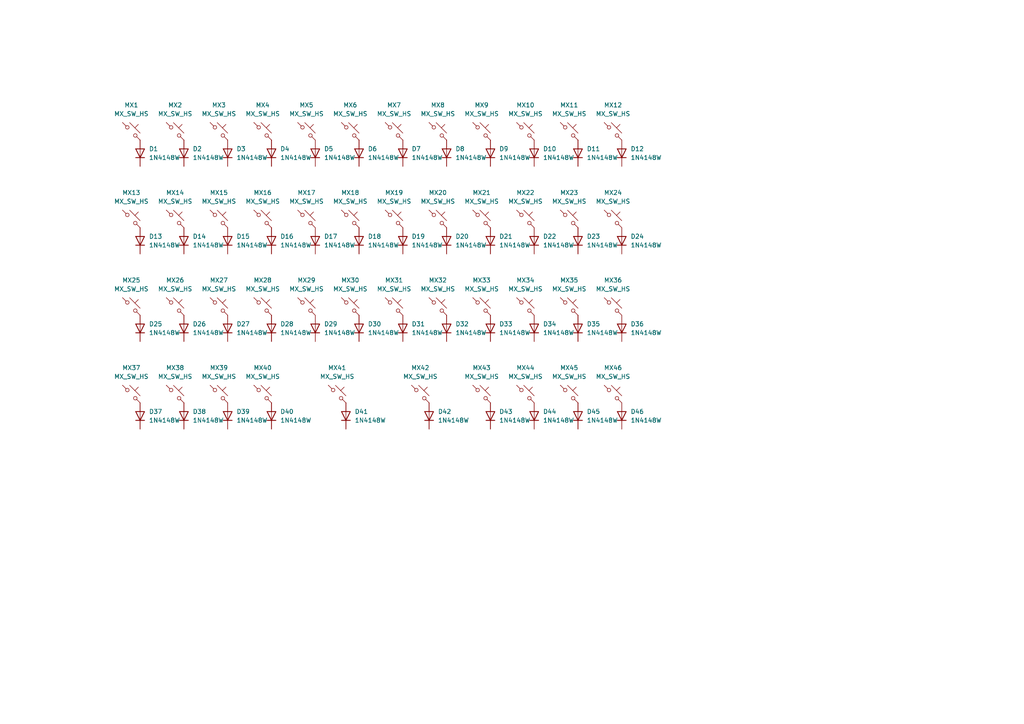
<source format=kicad_sch>
(kicad_sch (version 20250114) (generator "eeschema") (generator_version "9.0")
  (paper "A4")
  (lib_symbols
    (symbol "Diode:1N4148W" (pin_numbers (hide yes)) (pin_names (hide yes))
      (property "Reference" "D" (at 0 2.54 0))
      (property "Value" "1N4148W" (at 0 -2.54 0))
      (symbol "1N4148W_0_1"
        (polyline (pts (xy -1.27 1.27) (xy -1.27 -1.27)) (stroke (width 0.254)))
        (polyline (pts (xy 1.27 1.27) (xy 1.27 -1.27) (xy -1.27 0) (xy 1.27 1.27)) (stroke (width 0.254)))
        (polyline (pts (xy 1.27 0) (xy -1.27 0)))
      )
      (symbol "1N4148W_1_1"
        (pin passive line (at -3.81 0 0) (length 2.54) (name "K") (number "1"))
        (pin passive line (at 3.81 0 180) (length 2.54) (name "A") (number "2"))
      )
    )
    (symbol "PCM_marbastlib-mx:MX_SW_HS_CPG151101S11" (pin_numbers (hide yes)) (pin_names (offset 1.016) (hide yes))
      (property "Reference" "MX" (at 3.048 1.016 0))
      (property "Value" "MX_SW_HS" (at 0 -3.81 0))
      (symbol "MX_SW_HS_CPG151101S11_0_1"
        (polyline (pts (xy -2.54 2.54) (xy -1.524 1.524) (xy -1.524 1.524)))
        (circle (center -1.1684 1.1684) (radius 0.508))
        (polyline (pts (xy -0.508 2.54) (xy 2.54 -0.508)))
        (polyline (pts (xy 1.016 1.016) (xy 2.032 2.032)))
        (circle (center 1.143 -1.1938) (radius 0.508))
        (polyline (pts (xy 1.524 -1.524) (xy 2.54 -2.54) (xy 2.54 -2.54) (xy 2.54 -2.54)))
        (pin passive line (at -2.54 2.54 0) (length 0) (name "1") (number "1"))
        (pin passive line (at 2.54 -2.54 180) (length 0) (name "2") (number "2"))
      )
    )
  )
  (symbol (lib_id "PCM_marbastlib-mx:MX_SW_HS_CPG151101S11") (at 76.2 114.3 0) (unit 1)
    (property "Reference" "MX40" (at 76.2 106.68 0))
    (property "Value" "MX_SW_HS" (at 76.2 109.22 0))
    (property "Footprint" "PCM_marbastlib-mx:SW_MX_HS_CPG151101S11_1u" (effects (hide yes)))
    (property "Description" "Push button switch, normally open, two pins, 45° tilted, Kailh CPG151101S11 for Cherry MX style switches" (effects (hide yes)))
  )
  (symbol (lib_id "Diode:1N4148W") (at 124.46 120.65 90) (unit 1)
    (property "Reference" "D42" (at 127 119.3799 90) (effects (justify right)))
    (property "Value" "1N4148W" (at 127 121.9199 90) (effects (justify right)))
    (property "Footprint" "Diode_SMD:D_SOD-123" (effects (hide yes)))
    (property "Datasheet" "https://www.vishay.com/docs/85748/1n4148w.pdf" (effects (hide yes)))
    (property "Description" "75V 0.15A Fast Switching Diode, SOD-123" (effects (hide yes)))
    (property "Sim.Device" "D" (effects (hide yes)))
    (property "Sim.Pins" "1=K 2=A" (effects (hide yes)))
  )
  (symbol (lib_id "PCM_marbastlib-mx:MX_SW_HS_CPG151101S11") (at 152.4 114.3 0) (unit 1)
    (property "Reference" "MX44" (at 152.4 106.68 0))
    (property "Value" "MX_SW_HS" (at 152.4 109.22 0))
    (property "Footprint" "PCM_marbastlib-mx:SW_MX_HS_CPG151101S11_1u" (effects (hide yes)))
    (property "Description" "Push button switch, normally open, two pins, 45° tilted, Kailh CPG151101S11 for Cherry MX style switches" (effects (hide yes)))
  )
  (symbol (lib_id "Diode:1N4148W") (at 154.94 44.45 90) (unit 1)
    (property "Reference" "D10" (at 157.48 43.1799 90) (effects (justify right)))
    (property "Value" "1N4148W" (at 157.48 45.7199 90) (effects (justify right)))
    (property "Footprint" "Diode_SMD:D_SOD-123" (effects (hide yes)))
    (property "Datasheet" "https://www.vishay.com/docs/85748/1n4148w.pdf" (effects (hide yes)))
    (property "Description" "75V 0.15A Fast Switching Diode, SOD-123" (effects (hide yes)))
    (property "Sim.Device" "D" (effects (hide yes)))
    (property "Sim.Pins" "1=K 2=A" (effects (hide yes)))
  )
  (symbol (lib_id "Diode:1N4148W") (at 142.24 95.25 90) (unit 1)
    (property "Reference" "D33" (at 144.78 93.9799 90) (effects (justify right)))
    (property "Value" "1N4148W" (at 144.78 96.5199 90) (effects (justify right)))
    (property "Footprint" "Diode_SMD:D_SOD-123" (effects (hide yes)))
    (property "Datasheet" "https://www.vishay.com/docs/85748/1n4148w.pdf" (effects (hide yes)))
    (property "Description" "75V 0.15A Fast Switching Diode, SOD-123" (effects (hide yes)))
    (property "Sim.Device" "D" (effects (hide yes)))
    (property "Sim.Pins" "1=K 2=A" (effects (hide yes)))
  )
  (symbol (lib_id "Diode:1N4148W") (at 180.34 95.25 90) (unit 1)
    (property "Reference" "D36" (at 182.88 93.9799 90) (effects (justify right)))
    (property "Value" "1N4148W" (at 182.88 96.5199 90) (effects (justify right)))
    (property "Footprint" "Diode_SMD:D_SOD-123" (effects (hide yes)))
    (property "Datasheet" "https://www.vishay.com/docs/85748/1n4148w.pdf" (effects (hide yes)))
    (property "Description" "75V 0.15A Fast Switching Diode, SOD-123" (effects (hide yes)))
    (property "Sim.Device" "D" (effects (hide yes)))
    (property "Sim.Pins" "1=K 2=A" (effects (hide yes)))
  )
  (symbol (lib_id "PCM_marbastlib-mx:MX_SW_HS_CPG151101S11") (at 114.3 88.9 0) (unit 1)
    (property "Reference" "MX31" (at 114.3 81.28 0))
    (property "Value" "MX_SW_HS" (at 114.3 83.82 0))
    (property "Footprint" "PCM_marbastlib-mx:SW_MX_HS_CPG151101S11_1u" (effects (hide yes)))
    (property "Description" "Push button switch, normally open, two pins, 45° tilted, Kailh CPG151101S11 for Cherry MX style switches" (effects (hide yes)))
  )
  (symbol (lib_id "Diode:1N4148W") (at 129.54 69.85 90) (unit 1)
    (property "Reference" "D20" (at 132.08 68.5799 90) (effects (justify right)))
    (property "Value" "1N4148W" (at 132.08 71.1199 90) (effects (justify right)))
    (property "Footprint" "Diode_SMD:D_SOD-123" (effects (hide yes)))
    (property "Datasheet" "https://www.vishay.com/docs/85748/1n4148w.pdf" (effects (hide yes)))
    (property "Description" "75V 0.15A Fast Switching Diode, SOD-123" (effects (hide yes)))
    (property "Sim.Device" "D" (effects (hide yes)))
    (property "Sim.Pins" "1=K 2=A" (effects (hide yes)))
  )
  (symbol (lib_id "Diode:1N4148W") (at 180.34 120.65 90) (unit 1)
    (property "Reference" "D46" (at 182.88 119.3799 90) (effects (justify right)))
    (property "Value" "1N4148W" (at 182.88 121.9199 90) (effects (justify right)))
    (property "Footprint" "Diode_SMD:D_SOD-123" (effects (hide yes)))
    (property "Datasheet" "https://www.vishay.com/docs/85748/1n4148w.pdf" (effects (hide yes)))
    (property "Description" "75V 0.15A Fast Switching Diode, SOD-123" (effects (hide yes)))
    (property "Sim.Device" "D" (effects (hide yes)))
    (property "Sim.Pins" "1=K 2=A" (effects (hide yes)))
  )
  (symbol (lib_id "PCM_marbastlib-mx:MX_SW_HS_CPG151101S11") (at 63.5 88.9 0) (unit 1)
    (property "Reference" "MX27" (at 63.5 81.28 0))
    (property "Value" "MX_SW_HS" (at 63.5 83.82 0))
    (property "Footprint" "PCM_marbastlib-mx:SW_MX_HS_CPG151101S11_1u" (effects (hide yes)))
    (property "Description" "Push button switch, normally open, two pins, 45° tilted, Kailh CPG151101S11 for Cherry MX style switches" (effects (hide yes)))
  )
  (symbol (lib_id "PCM_marbastlib-mx:MX_SW_HS_CPG151101S11") (at 88.9 63.5 0) (unit 1)
    (property "Reference" "MX17" (at 88.9 55.88 0))
    (property "Value" "MX_SW_HS" (at 88.9 58.42 0))
    (property "Footprint" "PCM_marbastlib-mx:SW_MX_HS_CPG151101S11_1u" (effects (hide yes)))
    (property "Description" "Push button switch, normally open, two pins, 45° tilted, Kailh CPG151101S11 for Cherry MX style switches" (effects (hide yes)))
  )
  (symbol (lib_id "PCM_marbastlib-mx:MX_SW_HS_CPG151101S11") (at 139.7 38.1 0) (unit 1)
    (property "Reference" "MX9" (at 139.7 30.48 0))
    (property "Value" "MX_SW_HS" (at 139.7 33.02 0))
    (property "Footprint" "PCM_marbastlib-mx:SW_MX_HS_CPG151101S11_1u" (effects (hide yes)))
    (property "Description" "Push button switch, normally open, two pins, 45° tilted, Kailh CPG151101S11 for Cherry MX style switches" (effects (hide yes)))
  )
  (symbol (lib_id "Diode:1N4148W") (at 66.04 95.25 90) (unit 1)
    (property "Reference" "D27" (at 68.58 93.9799 90) (effects (justify right)))
    (property "Value" "1N4148W" (at 68.58 96.5199 90) (effects (justify right)))
    (property "Footprint" "Diode_SMD:D_SOD-123" (effects (hide yes)))
    (property "Datasheet" "https://www.vishay.com/docs/85748/1n4148w.pdf" (effects (hide yes)))
    (property "Description" "75V 0.15A Fast Switching Diode, SOD-123" (effects (hide yes)))
    (property "Sim.Device" "D" (effects (hide yes)))
    (property "Sim.Pins" "1=K 2=A" (effects (hide yes)))
  )
  (symbol (lib_id "PCM_marbastlib-mx:MX_SW_HS_CPG151101S11") (at 38.1 63.5 0) (unit 1)
    (property "Reference" "MX13" (at 38.1 55.88 0))
    (property "Value" "MX_SW_HS" (at 38.1 58.42 0))
    (property "Footprint" "PCM_marbastlib-mx:SW_MX_HS_CPG151101S11_1u" (effects (hide yes)))
    (property "Description" "Push button switch, normally open, two pins, 45° tilted, Kailh CPG151101S11 for Cherry MX style switches" (effects (hide yes)))
  )
  (symbol (lib_id "Diode:1N4148W") (at 104.14 69.85 90) (unit 1)
    (property "Reference" "D18" (at 106.68 68.5799 90) (effects (justify right)))
    (property "Value" "1N4148W" (at 106.68 71.1199 90) (effects (justify right)))
    (property "Footprint" "Diode_SMD:D_SOD-123" (effects (hide yes)))
    (property "Datasheet" "https://www.vishay.com/docs/85748/1n4148w.pdf" (effects (hide yes)))
    (property "Description" "75V 0.15A Fast Switching Diode, SOD-123" (effects (hide yes)))
    (property "Sim.Device" "D" (effects (hide yes)))
    (property "Sim.Pins" "1=K 2=A" (effects (hide yes)))
  )
  (symbol (lib_id "PCM_marbastlib-mx:MX_SW_HS_CPG151101S11") (at 88.9 88.9 0) (unit 1)
    (property "Reference" "MX29" (at 88.9 81.28 0))
    (property "Value" "MX_SW_HS" (at 88.9 83.82 0))
    (property "Footprint" "PCM_marbastlib-mx:SW_MX_HS_CPG151101S11_1u" (effects (hide yes)))
    (property "Description" "Push button switch, normally open, two pins, 45° tilted, Kailh CPG151101S11 for Cherry MX style switches" (effects (hide yes)))
  )
  (symbol (lib_id "PCM_marbastlib-mx:MX_SW_HS_CPG151101S11") (at 50.8 38.1 0) (unit 1)
    (property "Reference" "MX2" (at 50.8 30.48 0))
    (property "Value" "MX_SW_HS" (at 50.8 33.02 0))
    (property "Footprint" "PCM_marbastlib-mx:SW_MX_HS_CPG151101S11_1u" (effects (hide yes)))
    (property "Description" "Push button switch, normally open, two pins, 45° tilted, Kailh CPG151101S11 for Cherry MX style switches" (effects (hide yes)))
  )
  (symbol (lib_id "Diode:1N4148W") (at 78.74 69.85 90) (unit 1)
    (property "Reference" "D16" (at 81.28 68.5799 90) (effects (justify right)))
    (property "Value" "1N4148W" (at 81.28 71.1199 90) (effects (justify right)))
    (property "Footprint" "Diode_SMD:D_SOD-123" (effects (hide yes)))
    (property "Datasheet" "https://www.vishay.com/docs/85748/1n4148w.pdf" (effects (hide yes)))
    (property "Description" "75V 0.15A Fast Switching Diode, SOD-123" (effects (hide yes)))
    (property "Sim.Device" "D" (effects (hide yes)))
    (property "Sim.Pins" "1=K 2=A" (effects (hide yes)))
  )
  (symbol (lib_id "Diode:1N4148W") (at 40.64 95.25 90) (unit 1)
    (property "Reference" "D25" (at 43.18 93.9799 90) (effects (justify right)))
    (property "Value" "1N4148W" (at 43.18 96.5199 90) (effects (justify right)))
    (property "Footprint" "Diode_SMD:D_SOD-123" (effects (hide yes)))
    (property "Datasheet" "https://www.vishay.com/docs/85748/1n4148w.pdf" (effects (hide yes)))
    (property "Description" "75V 0.15A Fast Switching Diode, SOD-123" (effects (hide yes)))
    (property "Sim.Device" "D" (effects (hide yes)))
    (property "Sim.Pins" "1=K 2=A" (effects (hide yes)))
  )
  (symbol (lib_id "PCM_marbastlib-mx:MX_SW_HS_CPG151101S11") (at 50.8 114.3 0) (unit 1)
    (property "Reference" "MX38" (at 50.8 106.68 0))
    (property "Value" "MX_SW_HS" (at 50.8 109.22 0))
    (property "Footprint" "PCM_marbastlib-mx:SW_MX_HS_CPG151101S11_1u" (effects (hide yes)))
    (property "Description" "Push button switch, normally open, two pins, 45° tilted, Kailh CPG151101S11 for Cherry MX style switches" (effects (hide yes)))
  )
  (symbol (lib_id "Diode:1N4148W") (at 91.44 44.45 90) (unit 1)
    (property "Reference" "D5" (at 93.98 43.1799 90) (effects (justify right)))
    (property "Value" "1N4148W" (at 93.98 45.7199 90) (effects (justify right)))
    (property "Footprint" "Diode_SMD:D_SOD-123" (effects (hide yes)))
    (property "Datasheet" "https://www.vishay.com/docs/85748/1n4148w.pdf" (effects (hide yes)))
    (property "Description" "75V 0.15A Fast Switching Diode, SOD-123" (effects (hide yes)))
    (property "Sim.Device" "D" (effects (hide yes)))
    (property "Sim.Pins" "1=K 2=A" (effects (hide yes)))
  )
  (symbol (lib_id "PCM_marbastlib-mx:MX_SW_HS_CPG151101S11") (at 97.79 114.3 0) (unit 1)
    (property "Reference" "MX41" (at 97.79 106.68 0))
    (property "Value" "MX_SW_HS" (at 97.79 109.22 0))
    (property "Footprint" "PCM_marbastlib-mx:SW_MX_HS_CPG151101S11_1u" (effects (hide yes)))
    (property "Description" "Push button switch, normally open, two pins, 45° tilted, Kailh CPG151101S11 for Cherry MX style switches" (effects (hide yes)))
  )
  (symbol (lib_id "Diode:1N4148W") (at 104.14 44.45 90) (unit 1)
    (property "Reference" "D6" (at 106.68 43.1799 90) (effects (justify right)))
    (property "Value" "1N4148W" (at 106.68 45.7199 90) (effects (justify right)))
    (property "Footprint" "Diode_SMD:D_SOD-123" (effects (hide yes)))
    (property "Datasheet" "https://www.vishay.com/docs/85748/1n4148w.pdf" (effects (hide yes)))
    (property "Description" "75V 0.15A Fast Switching Diode, SOD-123" (effects (hide yes)))
    (property "Sim.Device" "D" (effects (hide yes)))
    (property "Sim.Pins" "1=K 2=A" (effects (hide yes)))
  )
  (symbol (lib_id "Diode:1N4148W") (at 66.04 69.85 90) (unit 1)
    (property "Reference" "D15" (at 68.58 68.5799 90) (effects (justify right)))
    (property "Value" "1N4148W" (at 68.58 71.1199 90) (effects (justify right)))
    (property "Footprint" "Diode_SMD:D_SOD-123" (effects (hide yes)))
    (property "Datasheet" "https://www.vishay.com/docs/85748/1n4148w.pdf" (effects (hide yes)))
    (property "Description" "75V 0.15A Fast Switching Diode, SOD-123" (effects (hide yes)))
    (property "Sim.Device" "D" (effects (hide yes)))
    (property "Sim.Pins" "1=K 2=A" (effects (hide yes)))
  )
  (symbol (lib_id "Diode:1N4148W") (at 129.54 44.45 90) (unit 1)
    (property "Reference" "D8" (at 132.08 43.1799 90) (effects (justify right)))
    (property "Value" "1N4148W" (at 132.08 45.7199 90) (effects (justify right)))
    (property "Footprint" "Diode_SMD:D_SOD-123" (effects (hide yes)))
    (property "Datasheet" "https://www.vishay.com/docs/85748/1n4148w.pdf" (effects (hide yes)))
    (property "Description" "75V 0.15A Fast Switching Diode, SOD-123" (effects (hide yes)))
    (property "Sim.Device" "D" (effects (hide yes)))
    (property "Sim.Pins" "1=K 2=A" (effects (hide yes)))
  )
  (symbol (lib_id "PCM_marbastlib-mx:MX_SW_HS_CPG151101S11") (at 139.7 63.5 0) (unit 1)
    (property "Reference" "MX21" (at 139.7 55.88 0))
    (property "Value" "MX_SW_HS" (at 139.7 58.42 0))
    (property "Footprint" "PCM_marbastlib-mx:SW_MX_HS_CPG151101S11_1u" (effects (hide yes)))
    (property "Description" "Push button switch, normally open, two pins, 45° tilted, Kailh CPG151101S11 for Cherry MX style switches" (effects (hide yes)))
  )
  (symbol (lib_id "PCM_marbastlib-mx:MX_SW_HS_CPG151101S11") (at 127 88.9 0) (unit 1)
    (property "Reference" "MX32" (at 127 81.28 0))
    (property "Value" "MX_SW_HS" (at 127 83.82 0))
    (property "Footprint" "PCM_marbastlib-mx:SW_MX_HS_CPG151101S11_1u" (effects (hide yes)))
    (property "Description" "Push button switch, normally open, two pins, 45° tilted, Kailh CPG151101S11 for Cherry MX style switches" (effects (hide yes)))
  )
  (symbol (lib_id "PCM_marbastlib-mx:MX_SW_HS_CPG151101S11") (at 177.8 114.3 0) (unit 1)
    (property "Reference" "MX46" (at 177.8 106.68 0))
    (property "Value" "MX_SW_HS" (at 177.8 109.22 0))
    (property "Footprint" "PCM_marbastlib-mx:SW_MX_HS_CPG151101S11_1u" (effects (hide yes)))
    (property "Description" "Push button switch, normally open, two pins, 45° tilted, Kailh CPG151101S11 for Cherry MX style switches" (effects (hide yes)))
  )
  (symbol (lib_id "Diode:1N4148W") (at 66.04 120.65 90) (unit 1)
    (property "Reference" "D39" (at 68.58 119.3799 90) (effects (justify right)))
    (property "Value" "1N4148W" (at 68.58 121.9199 90) (effects (justify right)))
    (property "Footprint" "Diode_SMD:D_SOD-123" (effects (hide yes)))
    (property "Datasheet" "https://www.vishay.com/docs/85748/1n4148w.pdf" (effects (hide yes)))
    (property "Description" "75V 0.15A Fast Switching Diode, SOD-123" (effects (hide yes)))
    (property "Sim.Device" "D" (effects (hide yes)))
    (property "Sim.Pins" "1=K 2=A" (effects (hide yes)))
  )
  (symbol (lib_id "Diode:1N4148W") (at 78.74 120.65 90) (unit 1)
    (property "Reference" "D40" (at 81.28 119.3799 90) (effects (justify right)))
    (property "Value" "1N4148W" (at 81.28 121.9199 90) (effects (justify right)))
    (property "Footprint" "Diode_SMD:D_SOD-123" (effects (hide yes)))
    (property "Datasheet" "https://www.vishay.com/docs/85748/1n4148w.pdf" (effects (hide yes)))
    (property "Description" "75V 0.15A Fast Switching Diode, SOD-123" (effects (hide yes)))
    (property "Sim.Device" "D" (effects (hide yes)))
    (property "Sim.Pins" "1=K 2=A" (effects (hide yes)))
  )
  (symbol (lib_id "PCM_marbastlib-mx:MX_SW_HS_CPG151101S11") (at 76.2 88.9 0) (unit 1)
    (property "Reference" "MX28" (at 76.2 81.28 0))
    (property "Value" "MX_SW_HS" (at 76.2 83.82 0))
    (property "Footprint" "PCM_marbastlib-mx:SW_MX_HS_CPG151101S11_1u" (effects (hide yes)))
    (property "Description" "Push button switch, normally open, two pins, 45° tilted, Kailh CPG151101S11 for Cherry MX style switches" (effects (hide yes)))
  )
  (symbol (lib_id "Diode:1N4148W") (at 142.24 120.65 90) (unit 1)
    (property "Reference" "D43" (at 144.78 119.3799 90) (effects (justify right)))
    (property "Value" "1N4148W" (at 144.78 121.9199 90) (effects (justify right)))
    (property "Footprint" "Diode_SMD:D_SOD-123" (effects (hide yes)))
    (property "Datasheet" "https://www.vishay.com/docs/85748/1n4148w.pdf" (effects (hide yes)))
    (property "Description" "75V 0.15A Fast Switching Diode, SOD-123" (effects (hide yes)))
    (property "Sim.Device" "D" (effects (hide yes)))
    (property "Sim.Pins" "1=K 2=A" (effects (hide yes)))
  )
  (symbol (lib_id "Diode:1N4148W") (at 66.04 44.45 90) (unit 1)
    (property "Reference" "D3" (at 68.58 43.1799 90) (effects (justify right)))
    (property "Value" "1N4148W" (at 68.58 45.7199 90) (effects (justify right)))
    (property "Footprint" "Diode_SMD:D_SOD-123" (effects (hide yes)))
    (property "Datasheet" "https://www.vishay.com/docs/85748/1n4148w.pdf" (effects (hide yes)))
    (property "Description" "75V 0.15A Fast Switching Diode, SOD-123" (effects (hide yes)))
    (property "Sim.Device" "D" (effects (hide yes)))
    (property "Sim.Pins" "1=K 2=A" (effects (hide yes)))
  )
  (symbol (lib_id "PCM_marbastlib-mx:MX_SW_HS_CPG151101S11") (at 50.8 63.5 0) (unit 1)
    (property "Reference" "MX14" (at 50.8 55.88 0))
    (property "Value" "MX_SW_HS" (at 50.8 58.42 0))
    (property "Footprint" "PCM_marbastlib-mx:SW_MX_HS_CPG151101S11_1u" (effects (hide yes)))
    (property "Description" "Push button switch, normally open, two pins, 45° tilted, Kailh CPG151101S11 for Cherry MX style switches" (effects (hide yes)))
  )
  (symbol (lib_id "Diode:1N4148W") (at 40.64 44.45 90) (unit 1)
    (property "Reference" "D1" (at 43.18 43.1799 90) (effects (justify right)))
    (property "Value" "1N4148W" (at 43.18 45.7199 90) (effects (justify right)))
    (property "Footprint" "Diode_SMD:D_SOD-123" (effects (hide yes)))
    (property "Datasheet" "https://www.vishay.com/docs/85748/1n4148w.pdf" (effects (hide yes)))
    (property "Description" "75V 0.15A Fast Switching Diode, SOD-123" (effects (hide yes)))
    (property "Sim.Device" "D" (effects (hide yes)))
    (property "Sim.Pins" "1=K 2=A" (effects (hide yes)))
  )
  (symbol (lib_id "Diode:1N4148W") (at 180.34 69.85 90) (unit 1)
    (property "Reference" "D24" (at 182.88 68.5799 90) (effects (justify right)))
    (property "Value" "1N4148W" (at 182.88 71.1199 90) (effects (justify right)))
    (property "Footprint" "Diode_SMD:D_SOD-123" (effects (hide yes)))
    (property "Datasheet" "https://www.vishay.com/docs/85748/1n4148w.pdf" (effects (hide yes)))
    (property "Description" "75V 0.15A Fast Switching Diode, SOD-123" (effects (hide yes)))
    (property "Sim.Device" "D" (effects (hide yes)))
    (property "Sim.Pins" "1=K 2=A" (effects (hide yes)))
  )
  (symbol (lib_id "Diode:1N4148W") (at 116.84 95.25 90) (unit 1)
    (property "Reference" "D31" (at 119.38 93.9799 90) (effects (justify right)))
    (property "Value" "1N4148W" (at 119.38 96.5199 90) (effects (justify right)))
    (property "Footprint" "Diode_SMD:D_SOD-123" (effects (hide yes)))
    (property "Datasheet" "https://www.vishay.com/docs/85748/1n4148w.pdf" (effects (hide yes)))
    (property "Description" "75V 0.15A Fast Switching Diode, SOD-123" (effects (hide yes)))
    (property "Sim.Device" "D" (effects (hide yes)))
    (property "Sim.Pins" "1=K 2=A" (effects (hide yes)))
  )
  (symbol (lib_id "PCM_marbastlib-mx:MX_SW_HS_CPG151101S11") (at 165.1 114.3 0) (unit 1)
    (property "Reference" "MX45" (at 165.1 106.68 0))
    (property "Value" "MX_SW_HS" (at 165.1 109.22 0))
    (property "Footprint" "PCM_marbastlib-mx:SW_MX_HS_CPG151101S11_1u" (effects (hide yes)))
    (property "Description" "Push button switch, normally open, two pins, 45° tilted, Kailh CPG151101S11 for Cherry MX style switches" (effects (hide yes)))
  )
  (symbol (lib_id "Diode:1N4148W") (at 100.33 120.65 90) (unit 1)
    (property "Reference" "D41" (at 102.87 119.3799 90) (effects (justify right)))
    (property "Value" "1N4148W" (at 102.87 121.9199 90) (effects (justify right)))
    (property "Footprint" "Diode_SMD:D_SOD-123" (effects (hide yes)))
    (property "Datasheet" "https://www.vishay.com/docs/85748/1n4148w.pdf" (effects (hide yes)))
    (property "Description" "75V 0.15A Fast Switching Diode, SOD-123" (effects (hide yes)))
    (property "Sim.Device" "D" (effects (hide yes)))
    (property "Sim.Pins" "1=K 2=A" (effects (hide yes)))
  )
  (symbol (lib_id "PCM_marbastlib-mx:MX_SW_HS_CPG151101S11") (at 38.1 38.1 0) (unit 1)
    (property "Reference" "MX1" (at 38.1 30.48 0))
    (property "Value" "MX_SW_HS" (at 38.1 33.02 0))
    (property "Footprint" "PCM_marbastlib-mx:SW_MX_HS_CPG151101S11_1u" (effects (hide yes)))
    (property "Description" "Push button switch, normally open, two pins, 45° tilted, Kailh CPG151101S11 for Cherry MX style switches" (effects (hide yes)))
  )
  (symbol (lib_id "PCM_marbastlib-mx:MX_SW_HS_CPG151101S11") (at 88.9 38.1 0) (unit 1)
    (property "Reference" "MX5" (at 88.9 30.48 0))
    (property "Value" "MX_SW_HS" (at 88.9 33.02 0))
    (property "Footprint" "PCM_marbastlib-mx:SW_MX_HS_CPG151101S11_1u" (effects (hide yes)))
    (property "Description" "Push button switch, normally open, two pins, 45° tilted, Kailh CPG151101S11 for Cherry MX style switches" (effects (hide yes)))
  )
  (symbol (lib_id "Diode:1N4148W") (at 40.64 120.65 90) (unit 1)
    (property "Reference" "D37" (at 43.18 119.3799 90) (effects (justify right)))
    (property "Value" "1N4148W" (at 43.18 121.9199 90) (effects (justify right)))
    (property "Footprint" "Diode_SMD:D_SOD-123" (effects (hide yes)))
    (property "Datasheet" "https://www.vishay.com/docs/85748/1n4148w.pdf" (effects (hide yes)))
    (property "Description" "75V 0.15A Fast Switching Diode, SOD-123" (effects (hide yes)))
    (property "Sim.Device" "D" (effects (hide yes)))
    (property "Sim.Pins" "1=K 2=A" (effects (hide yes)))
  )
  (symbol (lib_id "Diode:1N4148W") (at 104.14 95.25 90) (unit 1)
    (property "Reference" "D30" (at 106.68 93.9799 90) (effects (justify right)))
    (property "Value" "1N4148W" (at 106.68 96.5199 90) (effects (justify right)))
    (property "Footprint" "Diode_SMD:D_SOD-123" (effects (hide yes)))
    (property "Datasheet" "https://www.vishay.com/docs/85748/1n4148w.pdf" (effects (hide yes)))
    (property "Description" "75V 0.15A Fast Switching Diode, SOD-123" (effects (hide yes)))
    (property "Sim.Device" "D" (effects (hide yes)))
    (property "Sim.Pins" "1=K 2=A" (effects (hide yes)))
  )
  (symbol (lib_id "Diode:1N4148W") (at 78.74 95.25 90) (unit 1)
    (property "Reference" "D28" (at 81.28 93.9799 90) (effects (justify right)))
    (property "Value" "1N4148W" (at 81.28 96.5199 90) (effects (justify right)))
    (property "Footprint" "Diode_SMD:D_SOD-123" (effects (hide yes)))
    (property "Datasheet" "https://www.vishay.com/docs/85748/1n4148w.pdf" (effects (hide yes)))
    (property "Description" "75V 0.15A Fast Switching Diode, SOD-123" (effects (hide yes)))
    (property "Sim.Device" "D" (effects (hide yes)))
    (property "Sim.Pins" "1=K 2=A" (effects (hide yes)))
  )
  (symbol (lib_id "PCM_marbastlib-mx:MX_SW_HS_CPG151101S11") (at 152.4 88.9 0) (unit 1)
    (property "Reference" "MX34" (at 152.4 81.28 0))
    (property "Value" "MX_SW_HS" (at 152.4 83.82 0))
    (property "Footprint" "PCM_marbastlib-mx:SW_MX_HS_CPG151101S11_1u" (effects (hide yes)))
    (property "Description" "Push button switch, normally open, two pins, 45° tilted, Kailh CPG151101S11 for Cherry MX style switches" (effects (hide yes)))
  )
  (symbol (lib_id "Diode:1N4148W") (at 91.44 95.25 90) (unit 1)
    (property "Reference" "D29" (at 93.98 93.9799 90) (effects (justify right)))
    (property "Value" "1N4148W" (at 93.98 96.5199 90) (effects (justify right)))
    (property "Footprint" "Diode_SMD:D_SOD-123" (effects (hide yes)))
    (property "Datasheet" "https://www.vishay.com/docs/85748/1n4148w.pdf" (effects (hide yes)))
    (property "Description" "75V 0.15A Fast Switching Diode, SOD-123" (effects (hide yes)))
    (property "Sim.Device" "D" (effects (hide yes)))
    (property "Sim.Pins" "1=K 2=A" (effects (hide yes)))
  )
  (symbol (lib_id "Diode:1N4148W") (at 154.94 95.25 90) (unit 1)
    (property "Reference" "D34" (at 157.48 93.9799 90) (effects (justify right)))
    (property "Value" "1N4148W" (at 157.48 96.5199 90) (effects (justify right)))
    (property "Footprint" "Diode_SMD:D_SOD-123" (effects (hide yes)))
    (property "Datasheet" "https://www.vishay.com/docs/85748/1n4148w.pdf" (effects (hide yes)))
    (property "Description" "75V 0.15A Fast Switching Diode, SOD-123" (effects (hide yes)))
    (property "Sim.Device" "D" (effects (hide yes)))
    (property "Sim.Pins" "1=K 2=A" (effects (hide yes)))
  )
  (symbol (lib_id "Diode:1N4148W") (at 129.54 95.25 90) (unit 1)
    (property "Reference" "D32" (at 132.08 93.9799 90) (effects (justify right)))
    (property "Value" "1N4148W" (at 132.08 96.5199 90) (effects (justify right)))
    (property "Footprint" "Diode_SMD:D_SOD-123" (effects (hide yes)))
    (property "Datasheet" "https://www.vishay.com/docs/85748/1n4148w.pdf" (effects (hide yes)))
    (property "Description" "75V 0.15A Fast Switching Diode, SOD-123" (effects (hide yes)))
    (property "Sim.Device" "D" (effects (hide yes)))
    (property "Sim.Pins" "1=K 2=A" (effects (hide yes)))
  )
  (symbol (lib_id "Diode:1N4148W") (at 142.24 44.45 90) (unit 1)
    (property "Reference" "D9" (at 144.78 43.1799 90) (effects (justify right)))
    (property "Value" "1N4148W" (at 144.78 45.7199 90) (effects (justify right)))
    (property "Footprint" "Diode_SMD:D_SOD-123" (effects (hide yes)))
    (property "Datasheet" "https://www.vishay.com/docs/85748/1n4148w.pdf" (effects (hide yes)))
    (property "Description" "75V 0.15A Fast Switching Diode, SOD-123" (effects (hide yes)))
    (property "Sim.Device" "D" (effects (hide yes)))
    (property "Sim.Pins" "1=K 2=A" (effects (hide yes)))
  )
  (symbol (lib_id "Diode:1N4148W") (at 53.34 69.85 90) (unit 1)
    (property "Reference" "D14" (at 55.88 68.5799 90) (effects (justify right)))
    (property "Value" "1N4148W" (at 55.88 71.1199 90) (effects (justify right)))
    (property "Footprint" "Diode_SMD:D_SOD-123" (effects (hide yes)))
    (property "Datasheet" "https://www.vishay.com/docs/85748/1n4148w.pdf" (effects (hide yes)))
    (property "Description" "75V 0.15A Fast Switching Diode, SOD-123" (effects (hide yes)))
    (property "Sim.Device" "D" (effects (hide yes)))
    (property "Sim.Pins" "1=K 2=A" (effects (hide yes)))
  )
  (symbol (lib_id "PCM_marbastlib-mx:MX_SW_HS_CPG151101S11") (at 177.8 38.1 0) (unit 1)
    (property "Reference" "MX12" (at 177.8 30.48 0))
    (property "Value" "MX_SW_HS" (at 177.8 33.02 0))
    (property "Footprint" "PCM_marbastlib-mx:SW_MX_HS_CPG151101S11_1u" (effects (hide yes)))
    (property "Description" "Push button switch, normally open, two pins, 45° tilted, Kailh CPG151101S11 for Cherry MX style switches" (effects (hide yes)))
  )
  (symbol (lib_id "PCM_marbastlib-mx:MX_SW_HS_CPG151101S11") (at 50.8 88.9 0) (unit 1)
    (property "Reference" "MX26" (at 50.8 81.28 0))
    (property "Value" "MX_SW_HS" (at 50.8 83.82 0))
    (property "Footprint" "PCM_marbastlib-mx:SW_MX_HS_CPG151101S11_1u" (effects (hide yes)))
    (property "Description" "Push button switch, normally open, two pins, 45° tilted, Kailh CPG151101S11 for Cherry MX style switches" (effects (hide yes)))
  )
  (symbol (lib_id "PCM_marbastlib-mx:MX_SW_HS_CPG151101S11") (at 127 63.5 0) (unit 1)
    (property "Reference" "MX20" (at 127 55.88 0))
    (property "Value" "MX_SW_HS" (at 127 58.42 0))
    (property "Footprint" "PCM_marbastlib-mx:SW_MX_HS_CPG151101S11_1u" (effects (hide yes)))
    (property "Description" "Push button switch, normally open, two pins, 45° tilted, Kailh CPG151101S11 for Cherry MX style switches" (effects (hide yes)))
  )
  (symbol (lib_id "PCM_marbastlib-mx:MX_SW_HS_CPG151101S11") (at 165.1 38.1 0) (unit 1)
    (property "Reference" "MX11" (at 165.1 30.48 0))
    (property "Value" "MX_SW_HS" (at 165.1 33.02 0))
    (property "Footprint" "PCM_marbastlib-mx:SW_MX_HS_CPG151101S11_1u" (effects (hide yes)))
    (property "Description" "Push button switch, normally open, two pins, 45° tilted, Kailh CPG151101S11 for Cherry MX style switches" (effects (hide yes)))
  )
  (symbol (lib_id "Diode:1N4148W") (at 40.64 69.85 90) (unit 1)
    (property "Reference" "D13" (at 43.18 68.5799 90) (effects (justify right)))
    (property "Value" "1N4148W" (at 43.18 71.1199 90) (effects (justify right)))
    (property "Footprint" "Diode_SMD:D_SOD-123" (effects (hide yes)))
    (property "Datasheet" "https://www.vishay.com/docs/85748/1n4148w.pdf" (effects (hide yes)))
    (property "Description" "75V 0.15A Fast Switching Diode, SOD-123" (effects (hide yes)))
    (property "Sim.Device" "D" (effects (hide yes)))
    (property "Sim.Pins" "1=K 2=A" (effects (hide yes)))
  )
  (symbol (lib_id "Diode:1N4148W") (at 167.64 44.45 90) (unit 1)
    (property "Reference" "D11" (at 170.18 43.1799 90) (effects (justify right)))
    (property "Value" "1N4148W" (at 170.18 45.7199 90) (effects (justify right)))
    (property "Footprint" "Diode_SMD:D_SOD-123" (effects (hide yes)))
    (property "Datasheet" "https://www.vishay.com/docs/85748/1n4148w.pdf" (effects (hide yes)))
    (property "Description" "75V 0.15A Fast Switching Diode, SOD-123" (effects (hide yes)))
    (property "Sim.Device" "D" (effects (hide yes)))
    (property "Sim.Pins" "1=K 2=A" (effects (hide yes)))
  )
  (symbol (lib_id "Diode:1N4148W") (at 167.64 120.65 90) (unit 1)
    (property "Reference" "D45" (at 170.18 119.3799 90) (effects (justify right)))
    (property "Value" "1N4148W" (at 170.18 121.9199 90) (effects (justify right)))
    (property "Footprint" "Diode_SMD:D_SOD-123" (effects (hide yes)))
    (property "Datasheet" "https://www.vishay.com/docs/85748/1n4148w.pdf" (effects (hide yes)))
    (property "Description" "75V 0.15A Fast Switching Diode, SOD-123" (effects (hide yes)))
    (property "Sim.Device" "D" (effects (hide yes)))
    (property "Sim.Pins" "1=K 2=A" (effects (hide yes)))
  )
  (symbol (lib_id "PCM_marbastlib-mx:MX_SW_HS_CPG151101S11") (at 165.1 88.9 0) (unit 1)
    (property "Reference" "MX35" (at 165.1 81.28 0))
    (property "Value" "MX_SW_HS" (at 165.1 83.82 0))
    (property "Footprint" "PCM_marbastlib-mx:SW_MX_HS_CPG151101S11_1u" (effects (hide yes)))
    (property "Description" "Push button switch, normally open, two pins, 45° tilted, Kailh CPG151101S11 for Cherry MX style switches" (effects (hide yes)))
  )
  (symbol (lib_id "PCM_marbastlib-mx:MX_SW_HS_CPG151101S11") (at 114.3 38.1 0) (unit 1)
    (property "Reference" "MX7" (at 114.3 30.48 0))
    (property "Value" "MX_SW_HS" (at 114.3 33.02 0))
    (property "Footprint" "PCM_marbastlib-mx:SW_MX_HS_CPG151101S11_1u" (effects (hide yes)))
    (property "Description" "Push button switch, normally open, two pins, 45° tilted, Kailh CPG151101S11 for Cherry MX style switches" (effects (hide yes)))
  )
  (symbol (lib_id "PCM_marbastlib-mx:MX_SW_HS_CPG151101S11") (at 76.2 63.5 0) (unit 1)
    (property "Reference" "MX16" (at 76.2 55.88 0))
    (property "Value" "MX_SW_HS" (at 76.2 58.42 0))
    (property "Footprint" "PCM_marbastlib-mx:SW_MX_HS_CPG151101S11_1u" (effects (hide yes)))
    (property "Description" "Push button switch, normally open, two pins, 45° tilted, Kailh CPG151101S11 for Cherry MX style switches" (effects (hide yes)))
  )
  (symbol (lib_id "PCM_marbastlib-mx:MX_SW_HS_CPG151101S11") (at 101.6 38.1 0) (unit 1)
    (property "Reference" "MX6" (at 101.6 30.48 0))
    (property "Value" "MX_SW_HS" (at 101.6 33.02 0))
    (property "Footprint" "PCM_marbastlib-mx:SW_MX_HS_CPG151101S11_1u" (effects (hide yes)))
    (property "Description" "Push button switch, normally open, two pins, 45° tilted, Kailh CPG151101S11 for Cherry MX style switches" (effects (hide yes)))
  )
  (symbol (lib_id "Diode:1N4148W") (at 154.94 120.65 90) (unit 1)
    (property "Reference" "D44" (at 157.48 119.3799 90) (effects (justify right)))
    (property "Value" "1N4148W" (at 157.48 121.9199 90) (effects (justify right)))
    (property "Footprint" "Diode_SMD:D_SOD-123" (effects (hide yes)))
    (property "Datasheet" "https://www.vishay.com/docs/85748/1n4148w.pdf" (effects (hide yes)))
    (property "Description" "75V 0.15A Fast Switching Diode, SOD-123" (effects (hide yes)))
    (property "Sim.Device" "D" (effects (hide yes)))
    (property "Sim.Pins" "1=K 2=A" (effects (hide yes)))
  )
  (symbol (lib_id "Diode:1N4148W") (at 180.34 44.45 90) (unit 1)
    (property "Reference" "D12" (at 182.88 43.1799 90) (effects (justify right)))
    (property "Value" "1N4148W" (at 182.88 45.7199 90) (effects (justify right)))
    (property "Footprint" "Diode_SMD:D_SOD-123" (effects (hide yes)))
    (property "Datasheet" "https://www.vishay.com/docs/85748/1n4148w.pdf" (effects (hide yes)))
    (property "Description" "75V 0.15A Fast Switching Diode, SOD-123" (effects (hide yes)))
    (property "Sim.Device" "D" (effects (hide yes)))
    (property "Sim.Pins" "1=K 2=A" (effects (hide yes)))
  )
  (symbol (lib_id "Diode:1N4148W") (at 78.74 44.45 90) (unit 1)
    (property "Reference" "D4" (at 81.28 43.1799 90) (effects (justify right)))
    (property "Value" "1N4148W" (at 81.28 45.7199 90) (effects (justify right)))
    (property "Footprint" "Diode_SMD:D_SOD-123" (effects (hide yes)))
    (property "Datasheet" "https://www.vishay.com/docs/85748/1n4148w.pdf" (effects (hide yes)))
    (property "Description" "75V 0.15A Fast Switching Diode, SOD-123" (effects (hide yes)))
    (property "Sim.Device" "D" (effects (hide yes)))
    (property "Sim.Pins" "1=K 2=A" (effects (hide yes)))
  )
  (symbol (lib_id "PCM_marbastlib-mx:MX_SW_HS_CPG151101S11") (at 177.8 88.9 0) (unit 1)
    (property "Reference" "MX36" (at 177.8 81.28 0))
    (property "Value" "MX_SW_HS" (at 177.8 83.82 0))
    (property "Footprint" "PCM_marbastlib-mx:SW_MX_HS_CPG151101S11_1u" (effects (hide yes)))
    (property "Description" "Push button switch, normally open, two pins, 45° tilted, Kailh CPG151101S11 for Cherry MX style switches" (effects (hide yes)))
  )
  (symbol (lib_id "Diode:1N4148W") (at 53.34 120.65 90) (unit 1)
    (property "Reference" "D38" (at 55.88 119.3799 90) (effects (justify right)))
    (property "Value" "1N4148W" (at 55.88 121.9199 90) (effects (justify right)))
    (property "Footprint" "Diode_SMD:D_SOD-123" (effects (hide yes)))
    (property "Datasheet" "https://www.vishay.com/docs/85748/1n4148w.pdf" (effects (hide yes)))
    (property "Description" "75V 0.15A Fast Switching Diode, SOD-123" (effects (hide yes)))
    (property "Sim.Device" "D" (effects (hide yes)))
    (property "Sim.Pins" "1=K 2=A" (effects (hide yes)))
  )
  (symbol (lib_id "PCM_marbastlib-mx:MX_SW_HS_CPG151101S11") (at 101.6 88.9 0) (unit 1)
    (property "Reference" "MX30" (at 101.6 81.28 0))
    (property "Value" "MX_SW_HS" (at 101.6 83.82 0))
    (property "Footprint" "PCM_marbastlib-mx:SW_MX_HS_CPG151101S11_1u" (effects (hide yes)))
    (property "Description" "Push button switch, normally open, two pins, 45° tilted, Kailh CPG151101S11 for Cherry MX style switches" (effects (hide yes)))
  )
  (symbol (lib_id "PCM_marbastlib-mx:MX_SW_HS_CPG151101S11") (at 121.92 114.3 0) (unit 1)
    (property "Reference" "MX42" (at 121.92 106.68 0))
    (property "Value" "MX_SW_HS" (at 121.92 109.22 0))
    (property "Footprint" "PCM_marbastlib-mx:SW_MX_HS_CPG151101S11_1u" (effects (hide yes)))
    (property "Description" "Push button switch, normally open, two pins, 45° tilted, Kailh CPG151101S11 for Cherry MX style switches" (effects (hide yes)))
  )
  (symbol (lib_id "PCM_marbastlib-mx:MX_SW_HS_CPG151101S11") (at 165.1 63.5 0) (unit 1)
    (property "Reference" "MX23" (at 165.1 55.88 0))
    (property "Value" "MX_SW_HS" (at 165.1 58.42 0))
    (property "Footprint" "PCM_marbastlib-mx:SW_MX_HS_CPG151101S11_1u" (effects (hide yes)))
    (property "Description" "Push button switch, normally open, two pins, 45° tilted, Kailh CPG151101S11 for Cherry MX style switches" (effects (hide yes)))
  )
  (symbol (lib_id "Diode:1N4148W") (at 142.24 69.85 90) (unit 1)
    (property "Reference" "D21" (at 144.78 68.5799 90) (effects (justify right)))
    (property "Value" "1N4148W" (at 144.78 71.1199 90) (effects (justify right)))
    (property "Footprint" "Diode_SMD:D_SOD-123" (effects (hide yes)))
    (property "Datasheet" "https://www.vishay.com/docs/85748/1n4148w.pdf" (effects (hide yes)))
    (property "Description" "75V 0.15A Fast Switching Diode, SOD-123" (effects (hide yes)))
    (property "Sim.Device" "D" (effects (hide yes)))
    (property "Sim.Pins" "1=K 2=A" (effects (hide yes)))
  )
  (symbol (lib_id "PCM_marbastlib-mx:MX_SW_HS_CPG151101S11") (at 101.6 63.5 0) (unit 1)
    (property "Reference" "MX18" (at 101.6 55.88 0))
    (property "Value" "MX_SW_HS" (at 101.6 58.42 0))
    (property "Footprint" "PCM_marbastlib-mx:SW_MX_HS_CPG151101S11_1u" (effects (hide yes)))
    (property "Description" "Push button switch, normally open, two pins, 45° tilted, Kailh CPG151101S11 for Cherry MX style switches" (effects (hide yes)))
  )
  (symbol (lib_id "Diode:1N4148W") (at 167.64 69.85 90) (unit 1)
    (property "Reference" "D23" (at 170.18 68.5799 90) (effects (justify right)))
    (property "Value" "1N4148W" (at 170.18 71.1199 90) (effects (justify right)))
    (property "Footprint" "Diode_SMD:D_SOD-123" (effects (hide yes)))
    (property "Datasheet" "https://www.vishay.com/docs/85748/1n4148w.pdf" (effects (hide yes)))
    (property "Description" "75V 0.15A Fast Switching Diode, SOD-123" (effects (hide yes)))
    (property "Sim.Device" "D" (effects (hide yes)))
    (property "Sim.Pins" "1=K 2=A" (effects (hide yes)))
  )
  (symbol (lib_id "Diode:1N4148W") (at 116.84 44.45 90) (unit 1)
    (property "Reference" "D7" (at 119.38 43.1799 90) (effects (justify right)))
    (property "Value" "1N4148W" (at 119.38 45.7199 90) (effects (justify right)))
    (property "Footprint" "Diode_SMD:D_SOD-123" (effects (hide yes)))
    (property "Datasheet" "https://www.vishay.com/docs/85748/1n4148w.pdf" (effects (hide yes)))
    (property "Description" "75V 0.15A Fast Switching Diode, SOD-123" (effects (hide yes)))
    (property "Sim.Device" "D" (effects (hide yes)))
    (property "Sim.Pins" "1=K 2=A" (effects (hide yes)))
  )
  (symbol (lib_id "PCM_marbastlib-mx:MX_SW_HS_CPG151101S11") (at 76.2 38.1 0) (unit 1)
    (property "Reference" "MX4" (at 76.2 30.48 0))
    (property "Value" "MX_SW_HS" (at 76.2 33.02 0))
    (property "Footprint" "PCM_marbastlib-mx:SW_MX_HS_CPG151101S11_1u" (effects (hide yes)))
    (property "Description" "Push button switch, normally open, two pins, 45° tilted, Kailh CPG151101S11 for Cherry MX style switches" (effects (hide yes)))
  )
  (symbol (lib_id "PCM_marbastlib-mx:MX_SW_HS_CPG151101S11") (at 63.5 114.3 0) (unit 1)
    (property "Reference" "MX39" (at 63.5 106.68 0))
    (property "Value" "MX_SW_HS" (at 63.5 109.22 0))
    (property "Footprint" "PCM_marbastlib-mx:SW_MX_HS_CPG151101S11_1u" (effects (hide yes)))
    (property "Description" "Push button switch, normally open, two pins, 45° tilted, Kailh CPG151101S11 for Cherry MX style switches" (effects (hide yes)))
  )
  (symbol (lib_id "PCM_marbastlib-mx:MX_SW_HS_CPG151101S11") (at 63.5 38.1 0) (unit 1)
    (property "Reference" "MX3" (at 63.5 30.48 0))
    (property "Value" "MX_SW_HS" (at 63.5 33.02 0))
    (property "Footprint" "PCM_marbastlib-mx:SW_MX_HS_CPG151101S11_1u" (effects (hide yes)))
    (property "Description" "Push button switch, normally open, two pins, 45° tilted, Kailh CPG151101S11 for Cherry MX style switches" (effects (hide yes)))
  )
  (symbol (lib_id "Diode:1N4148W") (at 53.34 95.25 90) (unit 1)
    (property "Reference" "D26" (at 55.88 93.9799 90) (effects (justify right)))
    (property "Value" "1N4148W" (at 55.88 96.5199 90) (effects (justify right)))
    (property "Footprint" "Diode_SMD:D_SOD-123" (effects (hide yes)))
    (property "Datasheet" "https://www.vishay.com/docs/85748/1n4148w.pdf" (effects (hide yes)))
    (property "Description" "75V 0.15A Fast Switching Diode, SOD-123" (effects (hide yes)))
    (property "Sim.Device" "D" (effects (hide yes)))
    (property "Sim.Pins" "1=K 2=A" (effects (hide yes)))
  )
  (symbol (lib_id "PCM_marbastlib-mx:MX_SW_HS_CPG151101S11") (at 38.1 114.3 0) (unit 1)
    (property "Reference" "MX37" (at 38.1 106.68 0))
    (property "Value" "MX_SW_HS" (at 38.1 109.22 0))
    (property "Footprint" "PCM_marbastlib-mx:SW_MX_HS_CPG151101S11_1u" (effects (hide yes)))
    (property "Description" "Push button switch, normally open, two pins, 45° tilted, Kailh CPG151101S11 for Cherry MX style switches" (effects (hide yes)))
  )
  (symbol (lib_id "PCM_marbastlib-mx:MX_SW_HS_CPG151101S11") (at 139.7 88.9 0) (unit 1)
    (property "Reference" "MX33" (at 139.7 81.28 0))
    (property "Value" "MX_SW_HS" (at 139.7 83.82 0))
    (property "Footprint" "PCM_marbastlib-mx:SW_MX_HS_CPG151101S11_1u" (effects (hide yes)))
    (property "Description" "Push button switch, normally open, two pins, 45° tilted, Kailh CPG151101S11 for Cherry MX style switches" (effects (hide yes)))
  )
  (symbol (lib_id "PCM_marbastlib-mx:MX_SW_HS_CPG151101S11") (at 114.3 63.5 0) (unit 1)
    (property "Reference" "MX19" (at 114.3 55.88 0))
    (property "Value" "MX_SW_HS" (at 114.3 58.42 0))
    (property "Footprint" "PCM_marbastlib-mx:SW_MX_HS_CPG151101S11_1u" (effects (hide yes)))
    (property "Description" "Push button switch, normally open, two pins, 45° tilted, Kailh CPG151101S11 for Cherry MX style switches" (effects (hide yes)))
  )
  (symbol (lib_id "PCM_marbastlib-mx:MX_SW_HS_CPG151101S11") (at 177.8 63.5 0) (unit 1)
    (property "Reference" "MX24" (at 177.8 55.88 0))
    (property "Value" "MX_SW_HS" (at 177.8 58.42 0))
    (property "Footprint" "PCM_marbastlib-mx:SW_MX_HS_CPG151101S11_1u" (effects (hide yes)))
    (property "Description" "Push button switch, normally open, two pins, 45° tilted, Kailh CPG151101S11 for Cherry MX style switches" (effects (hide yes)))
  )
  (symbol (lib_id "PCM_marbastlib-mx:MX_SW_HS_CPG151101S11") (at 139.7 114.3 0) (unit 1)
    (property "Reference" "MX43" (at 139.7 106.68 0))
    (property "Value" "MX_SW_HS" (at 139.7 109.22 0))
    (property "Footprint" "PCM_marbastlib-mx:SW_MX_HS_CPG151101S11_1u" (effects (hide yes)))
    (property "Description" "Push button switch, normally open, two pins, 45° tilted, Kailh CPG151101S11 for Cherry MX style switches" (effects (hide yes)))
  )
  (symbol (lib_id "PCM_marbastlib-mx:MX_SW_HS_CPG151101S11") (at 152.4 63.5 0) (unit 1)
    (property "Reference" "MX22" (at 152.4 55.88 0))
    (property "Value" "MX_SW_HS" (at 152.4 58.42 0))
    (property "Footprint" "PCM_marbastlib-mx:SW_MX_HS_CPG151101S11_1u" (effects (hide yes)))
    (property "Description" "Push button switch, normally open, two pins, 45° tilted, Kailh CPG151101S11 for Cherry MX style switches" (effects (hide yes)))
  )
  (symbol (lib_id "Diode:1N4148W") (at 167.64 95.25 90) (unit 1)
    (property "Reference" "D35" (at 170.18 93.9799 90) (effects (justify right)))
    (property "Value" "1N4148W" (at 170.18 96.5199 90) (effects (justify right)))
    (property "Footprint" "Diode_SMD:D_SOD-123" (effects (hide yes)))
    (property "Datasheet" "https://www.vishay.com/docs/85748/1n4148w.pdf" (effects (hide yes)))
    (property "Description" "75V 0.15A Fast Switching Diode, SOD-123" (effects (hide yes)))
    (property "Sim.Device" "D" (effects (hide yes)))
    (property "Sim.Pins" "1=K 2=A" (effects (hide yes)))
  )
  (symbol (lib_id "PCM_marbastlib-mx:MX_SW_HS_CPG151101S11") (at 38.1 88.9 0) (unit 1)
    (property "Reference" "MX25" (at 38.1 81.28 0))
    (property "Value" "MX_SW_HS" (at 38.1 83.82 0))
    (property "Footprint" "PCM_marbastlib-mx:SW_MX_HS_CPG151101S11_1u" (effects (hide yes)))
    (property "Description" "Push button switch, normally open, two pins, 45° tilted, Kailh CPG151101S11 for Cherry MX style switches" (effects (hide yes)))
  )
  (symbol (lib_id "Diode:1N4148W") (at 91.44 69.85 90) (unit 1)
    (property "Reference" "D17" (at 93.98 68.5799 90) (effects (justify right)))
    (property "Value" "1N4148W" (at 93.98 71.1199 90) (effects (justify right)))
    (property "Footprint" "Diode_SMD:D_SOD-123" (effects (hide yes)))
    (property "Datasheet" "https://www.vishay.com/docs/85748/1n4148w.pdf" (effects (hide yes)))
    (property "Description" "75V 0.15A Fast Switching Diode, SOD-123" (effects (hide yes)))
    (property "Sim.Device" "D" (effects (hide yes)))
    (property "Sim.Pins" "1=K 2=A" (effects (hide yes)))
  )
  (symbol (lib_id "Diode:1N4148W") (at 53.34 44.45 90) (unit 1)
    (property "Reference" "D2" (at 55.88 43.1799 90) (effects (justify right)))
    (property "Value" "1N4148W" (at 55.88 45.7199 90) (effects (justify right)))
    (property "Footprint" "Diode_SMD:D_SOD-123" (effects (hide yes)))
    (property "Datasheet" "https://www.vishay.com/docs/85748/1n4148w.pdf" (effects (hide yes)))
    (property "Description" "75V 0.15A Fast Switching Diode, SOD-123" (effects (hide yes)))
    (property "Sim.Device" "D" (effects (hide yes)))
    (property "Sim.Pins" "1=K 2=A" (effects (hide yes)))
  )
  (symbol (lib_id "PCM_marbastlib-mx:MX_SW_HS_CPG151101S11") (at 152.4 38.1 0) (unit 1)
    (property "Reference" "MX10" (at 152.4 30.48 0))
    (property "Value" "MX_SW_HS" (at 152.4 33.02 0))
    (property "Footprint" "PCM_marbastlib-mx:SW_MX_HS_CPG151101S11_1u" (effects (hide yes)))
    (property "Description" "Push button switch, normally open, two pins, 45° tilted, Kailh CPG151101S11 for Cherry MX style switches" (effects (hide yes)))
  )
  (symbol (lib_id "Diode:1N4148W") (at 116.84 69.85 90) (unit 1)
    (property "Reference" "D19" (at 119.38 68.5799 90) (effects (justify right)))
    (property "Value" "1N4148W" (at 119.38 71.1199 90) (effects (justify right)))
    (property "Footprint" "Diode_SMD:D_SOD-123" (effects (hide yes)))
    (property "Datasheet" "https://www.vishay.com/docs/85748/1n4148w.pdf" (effects (hide yes)))
    (property "Description" "75V 0.15A Fast Switching Diode, SOD-123" (effects (hide yes)))
    (property "Sim.Device" "D" (effects (hide yes)))
    (property "Sim.Pins" "1=K 2=A" (effects (hide yes)))
  )
  (symbol (lib_id "PCM_marbastlib-mx:MX_SW_HS_CPG151101S11") (at 63.5 63.5 0) (unit 1)
    (property "Reference" "MX15" (at 63.5 55.88 0))
    (property "Value" "MX_SW_HS" (at 63.5 58.42 0))
    (property "Footprint" "PCM_marbastlib-mx:SW_MX_HS_CPG151101S11_1u" (effects (hide yes)))
    (property "Description" "Push button switch, normally open, two pins, 45° tilted, Kailh CPG151101S11 for Cherry MX style switches" (effects (hide yes)))
  )
  (symbol (lib_id "PCM_marbastlib-mx:MX_SW_HS_CPG151101S11") (at 127 38.1 0) (unit 1)
    (property "Reference" "MX8" (at 127 30.48 0))
    (property "Value" "MX_SW_HS" (at 127 33.02 0))
    (property "Footprint" "PCM_marbastlib-mx:SW_MX_HS_CPG151101S11_1u" (effects (hide yes)))
    (property "Description" "Push button switch, normally open, two pins, 45° tilted, Kailh CPG151101S11 for Cherry MX style switches" (effects (hide yes)))
  )
  (symbol (lib_id "Diode:1N4148W") (at 154.94 69.85 90) (unit 1)
    (property "Reference" "D22" (at 157.48 68.5799 90) (effects (justify right)))
    (property "Value" "1N4148W" (at 157.48 71.1199 90) (effects (justify right)))
    (property "Footprint" "Diode_SMD:D_SOD-123" (effects (hide yes)))
    (property "Datasheet" "https://www.vishay.com/docs/85748/1n4148w.pdf" (effects (hide yes)))
    (property "Description" "75V 0.15A Fast Switching Diode, SOD-123" (effects (hide yes)))
    (property "Sim.Device" "D" (effects (hide yes)))
    (property "Sim.Pins" "1=K 2=A" (effects (hide yes)))
  )
)
</source>
